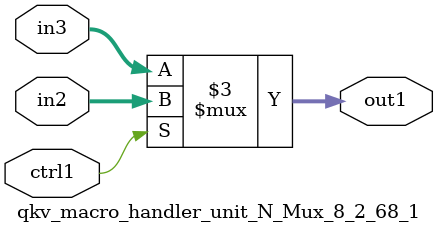
<source format=v>

`timescale 1ps / 1ps


module qkv_macro_handler_unit_N_Mux_8_2_68_1( in3, in2, ctrl1, out1 );

    input [7:0] in3;
    input [7:0] in2;
    input ctrl1;
    output [7:0] out1;
    reg [7:0] out1;

    
    // rtl_process:qkv_macro_handler_unit_N_Mux_8_2_68_1/qkv_macro_handler_unit_N_Mux_8_2_68_1_thread_1
    always @*
      begin : qkv_macro_handler_unit_N_Mux_8_2_68_1_thread_1
        case (ctrl1) 
          1'b1: 
            begin
              out1 = in2;
            end
          default: 
            begin
              out1 = in3;
            end
        endcase
      end

endmodule


</source>
